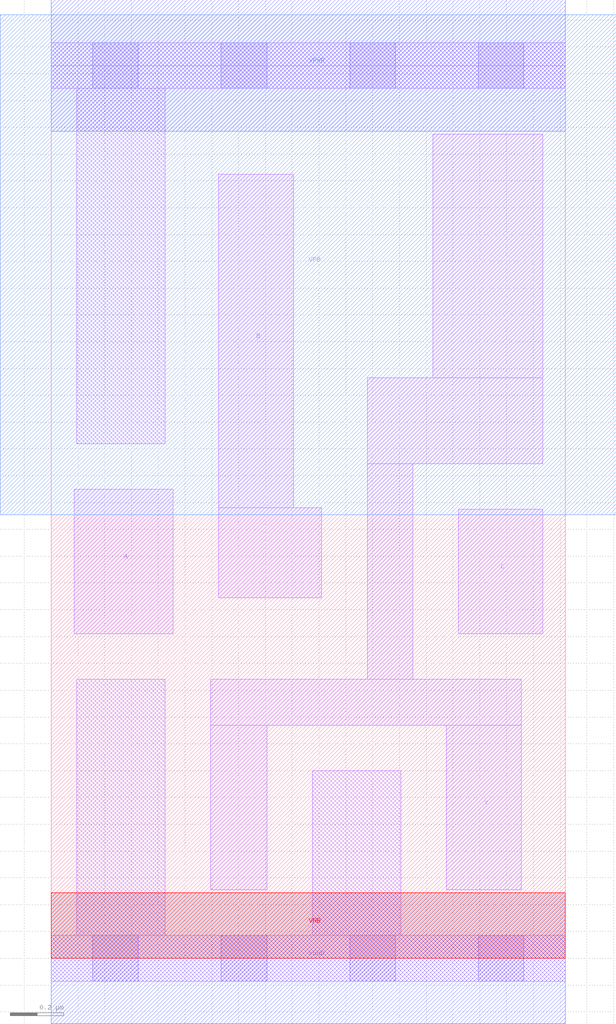
<source format=lef>
# Copyright 2020 The SkyWater PDK Authors
#
# Licensed under the Apache License, Version 2.0 (the "License");
# you may not use this file except in compliance with the License.
# You may obtain a copy of the License at
#
#     https://www.apache.org/licenses/LICENSE-2.0
#
# Unless required by applicable law or agreed to in writing, software
# distributed under the License is distributed on an "AS IS" BASIS,
# WITHOUT WARRANTIES OR CONDITIONS OF ANY KIND, either express or implied.
# See the License for the specific language governing permissions and
# limitations under the License.
#
# SPDX-License-Identifier: Apache-2.0

VERSION 5.7 ;
  NOWIREEXTENSIONATPIN ON ;
  DIVIDERCHAR "/" ;
  BUSBITCHARS "[]" ;
MACRO sky130_fd_sc_lp__nor3_1
  CLASS CORE ;
  FOREIGN sky130_fd_sc_lp__nor3_1 ;
  ORIGIN  0.000000  0.000000 ;
  SIZE  1.920000 BY  3.330000 ;
  SYMMETRY X Y R90 ;
  SITE unit ;
  PIN A
    ANTENNAGATEAREA  0.315000 ;
    DIRECTION INPUT ;
    USE SIGNAL ;
    PORT
      LAYER li1 ;
        RECT 0.085000 1.210000 0.455000 1.750000 ;
    END
  END A
  PIN B
    ANTENNAGATEAREA  0.315000 ;
    DIRECTION INPUT ;
    USE SIGNAL ;
    PORT
      LAYER li1 ;
        RECT 0.625000 1.345000 1.010000 1.680000 ;
        RECT 0.625000 1.680000 0.905000 2.925000 ;
    END
  END B
  PIN C
    ANTENNAGATEAREA  0.315000 ;
    DIRECTION INPUT ;
    USE SIGNAL ;
    PORT
      LAYER li1 ;
        RECT 1.520000 1.210000 1.835000 1.675000 ;
    END
  END C
  PIN Y
    ANTENNADIFFAREA  0.791700 ;
    DIRECTION OUTPUT ;
    USE SIGNAL ;
    PORT
      LAYER li1 ;
        RECT 0.595000 0.255000 0.805000 0.870000 ;
        RECT 0.595000 0.870000 1.755000 1.040000 ;
        RECT 1.180000 1.040000 1.350000 1.845000 ;
        RECT 1.180000 1.845000 1.835000 2.165000 ;
        RECT 1.425000 2.165000 1.835000 3.075000 ;
        RECT 1.475000 0.255000 1.755000 0.870000 ;
    END
  END Y
  PIN VGND
    DIRECTION INOUT ;
    USE GROUND ;
    PORT
      LAYER met1 ;
        RECT 0.000000 -0.245000 1.920000 0.245000 ;
    END
  END VGND
  PIN VNB
    DIRECTION INOUT ;
    USE GROUND ;
    PORT
      LAYER pwell ;
        RECT 0.000000 0.000000 1.920000 0.245000 ;
    END
  END VNB
  PIN VPB
    DIRECTION INOUT ;
    USE POWER ;
    PORT
      LAYER nwell ;
        RECT -0.190000 1.655000 2.110000 3.520000 ;
    END
  END VPB
  PIN VPWR
    DIRECTION INOUT ;
    USE POWER ;
    PORT
      LAYER met1 ;
        RECT 0.000000 3.085000 1.920000 3.575000 ;
    END
  END VPWR
  OBS
    LAYER li1 ;
      RECT 0.000000 -0.085000 1.920000 0.085000 ;
      RECT 0.000000  3.245000 1.920000 3.415000 ;
      RECT 0.095000  0.085000 0.425000 1.040000 ;
      RECT 0.095000  1.920000 0.425000 3.245000 ;
      RECT 0.975000  0.085000 1.305000 0.700000 ;
    LAYER mcon ;
      RECT 0.155000 -0.085000 0.325000 0.085000 ;
      RECT 0.155000  3.245000 0.325000 3.415000 ;
      RECT 0.635000 -0.085000 0.805000 0.085000 ;
      RECT 0.635000  3.245000 0.805000 3.415000 ;
      RECT 1.115000 -0.085000 1.285000 0.085000 ;
      RECT 1.115000  3.245000 1.285000 3.415000 ;
      RECT 1.595000 -0.085000 1.765000 0.085000 ;
      RECT 1.595000  3.245000 1.765000 3.415000 ;
  END
END sky130_fd_sc_lp__nor3_1
END LIBRARY

</source>
